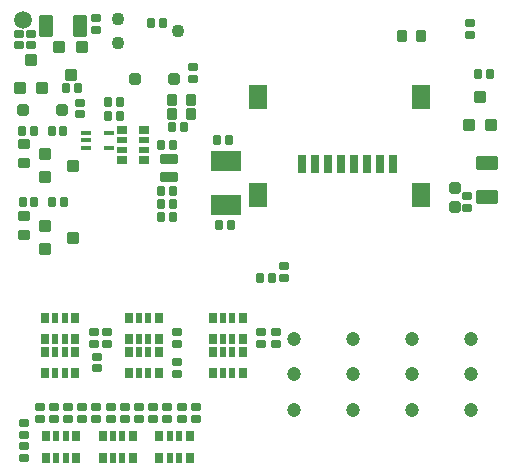
<source format=gbs>
G04*
G04 #@! TF.GenerationSoftware,Altium Limited,Altium Designer,23.4.1 (23)*
G04*
G04 Layer_Color=16711935*
%FSLAX25Y25*%
%MOIN*%
G70*
G04*
G04 #@! TF.SameCoordinates,86F2D4E2-0459-4DBF-9641-04F5417CCA88*
G04*
G04*
G04 #@! TF.FilePolarity,Negative*
G04*
G01*
G75*
G04:AMPARAMS|DCode=55|XSize=31.5mil|YSize=27.56mil|CornerRadius=4.33mil|HoleSize=0mil|Usage=FLASHONLY|Rotation=0.000|XOffset=0mil|YOffset=0mil|HoleType=Round|Shape=RoundedRectangle|*
%AMROUNDEDRECTD55*
21,1,0.03150,0.01890,0,0,0.0*
21,1,0.02284,0.02756,0,0,0.0*
1,1,0.00866,0.01142,-0.00945*
1,1,0.00866,-0.01142,-0.00945*
1,1,0.00866,-0.01142,0.00945*
1,1,0.00866,0.01142,0.00945*
%
%ADD55ROUNDEDRECTD55*%
G04:AMPARAMS|DCode=57|XSize=31.5mil|YSize=40.16mil|CornerRadius=4.72mil|HoleSize=0mil|Usage=FLASHONLY|Rotation=0.000|XOffset=0mil|YOffset=0mil|HoleType=Round|Shape=RoundedRectangle|*
%AMROUNDEDRECTD57*
21,1,0.03150,0.03071,0,0,0.0*
21,1,0.02205,0.04016,0,0,0.0*
1,1,0.00945,0.01102,-0.01535*
1,1,0.00945,-0.01102,-0.01535*
1,1,0.00945,-0.01102,0.01535*
1,1,0.00945,0.01102,0.01535*
%
%ADD57ROUNDEDRECTD57*%
G04:AMPARAMS|DCode=58|XSize=31.5mil|YSize=27.56mil|CornerRadius=4.33mil|HoleSize=0mil|Usage=FLASHONLY|Rotation=90.000|XOffset=0mil|YOffset=0mil|HoleType=Round|Shape=RoundedRectangle|*
%AMROUNDEDRECTD58*
21,1,0.03150,0.01890,0,0,90.0*
21,1,0.02284,0.02756,0,0,90.0*
1,1,0.00866,0.00945,0.01142*
1,1,0.00866,0.00945,-0.01142*
1,1,0.00866,-0.00945,-0.01142*
1,1,0.00866,-0.00945,0.01142*
%
%ADD58ROUNDEDRECTD58*%
G04:AMPARAMS|DCode=62|XSize=31.5mil|YSize=40.16mil|CornerRadius=4.72mil|HoleSize=0mil|Usage=FLASHONLY|Rotation=90.000|XOffset=0mil|YOffset=0mil|HoleType=Round|Shape=RoundedRectangle|*
%AMROUNDEDRECTD62*
21,1,0.03150,0.03071,0,0,90.0*
21,1,0.02205,0.04016,0,0,90.0*
1,1,0.00945,0.01535,0.01102*
1,1,0.00945,0.01535,-0.01102*
1,1,0.00945,-0.01535,-0.01102*
1,1,0.00945,-0.01535,0.01102*
%
%ADD62ROUNDEDRECTD62*%
G04:AMPARAMS|DCode=64|XSize=39.37mil|YSize=41.34mil|CornerRadius=5.51mil|HoleSize=0mil|Usage=FLASHONLY|Rotation=90.000|XOffset=0mil|YOffset=0mil|HoleType=Round|Shape=RoundedRectangle|*
%AMROUNDEDRECTD64*
21,1,0.03937,0.03032,0,0,90.0*
21,1,0.02835,0.04134,0,0,90.0*
1,1,0.01102,0.01516,0.01417*
1,1,0.01102,0.01516,-0.01417*
1,1,0.01102,-0.01516,-0.01417*
1,1,0.01102,-0.01516,0.01417*
%
%ADD64ROUNDEDRECTD64*%
G04:AMPARAMS|DCode=65|XSize=39.37mil|YSize=41.34mil|CornerRadius=5.51mil|HoleSize=0mil|Usage=FLASHONLY|Rotation=90.000|XOffset=0mil|YOffset=0mil|HoleType=Round|Shape=RoundedRectangle|*
%AMROUNDEDRECTD65*
21,1,0.03937,0.03032,0,0,90.0*
21,1,0.02835,0.04134,0,0,90.0*
1,1,0.01102,0.01516,0.01417*
1,1,0.01102,0.01516,-0.01417*
1,1,0.01102,-0.01516,-0.01417*
1,1,0.01102,-0.01516,0.01417*
%
%ADD65ROUNDEDRECTD65*%
%ADD80C,0.04724*%
%ADD81C,0.04294*%
%ADD82C,0.05906*%
G04:AMPARAMS|DCode=108|XSize=29.53mil|YSize=35.43mil|CornerRadius=4.53mil|HoleSize=0mil|Usage=FLASHONLY|Rotation=0.000|XOffset=0mil|YOffset=0mil|HoleType=Round|Shape=RoundedRectangle|*
%AMROUNDEDRECTD108*
21,1,0.02953,0.02638,0,0,0.0*
21,1,0.02047,0.03543,0,0,0.0*
1,1,0.00906,0.01024,-0.01319*
1,1,0.00906,-0.01024,-0.01319*
1,1,0.00906,-0.01024,0.01319*
1,1,0.00906,0.01024,0.01319*
%
%ADD108ROUNDEDRECTD108*%
G04:AMPARAMS|DCode=109|XSize=21.65mil|YSize=35.43mil|CornerRadius=3.74mil|HoleSize=0mil|Usage=FLASHONLY|Rotation=0.000|XOffset=0mil|YOffset=0mil|HoleType=Round|Shape=RoundedRectangle|*
%AMROUNDEDRECTD109*
21,1,0.02165,0.02795,0,0,0.0*
21,1,0.01417,0.03543,0,0,0.0*
1,1,0.00748,0.00709,-0.01398*
1,1,0.00748,-0.00709,-0.01398*
1,1,0.00748,-0.00709,0.01398*
1,1,0.00748,0.00709,0.01398*
%
%ADD109ROUNDEDRECTD109*%
G04:AMPARAMS|DCode=110|XSize=82.68mil|YSize=61.02mil|CornerRadius=7.68mil|HoleSize=0mil|Usage=FLASHONLY|Rotation=90.000|XOffset=0mil|YOffset=0mil|HoleType=Round|Shape=RoundedRectangle|*
%AMROUNDEDRECTD110*
21,1,0.08268,0.04567,0,0,90.0*
21,1,0.06732,0.06102,0,0,90.0*
1,1,0.01535,0.02284,0.03366*
1,1,0.01535,0.02284,-0.03366*
1,1,0.01535,-0.02284,-0.03366*
1,1,0.01535,-0.02284,0.03366*
%
%ADD110ROUNDEDRECTD110*%
G04:AMPARAMS|DCode=111|XSize=62.99mil|YSize=29.53mil|CornerRadius=4.53mil|HoleSize=0mil|Usage=FLASHONLY|Rotation=90.000|XOffset=0mil|YOffset=0mil|HoleType=Round|Shape=RoundedRectangle|*
%AMROUNDEDRECTD111*
21,1,0.06299,0.02047,0,0,90.0*
21,1,0.05394,0.02953,0,0,90.0*
1,1,0.00906,0.01024,0.02697*
1,1,0.00906,0.01024,-0.02697*
1,1,0.00906,-0.01024,-0.02697*
1,1,0.00906,-0.01024,0.02697*
%
%ADD111ROUNDEDRECTD111*%
G04:AMPARAMS|DCode=112|XSize=39.37mil|YSize=41.34mil|CornerRadius=5.51mil|HoleSize=0mil|Usage=FLASHONLY|Rotation=180.000|XOffset=0mil|YOffset=0mil|HoleType=Round|Shape=RoundedRectangle|*
%AMROUNDEDRECTD112*
21,1,0.03937,0.03032,0,0,180.0*
21,1,0.02835,0.04134,0,0,180.0*
1,1,0.01102,-0.01417,0.01516*
1,1,0.01102,0.01417,0.01516*
1,1,0.01102,0.01417,-0.01516*
1,1,0.01102,-0.01417,-0.01516*
%
%ADD112ROUNDEDRECTD112*%
G04:AMPARAMS|DCode=113|XSize=39.37mil|YSize=41.34mil|CornerRadius=5.51mil|HoleSize=0mil|Usage=FLASHONLY|Rotation=180.000|XOffset=0mil|YOffset=0mil|HoleType=Round|Shape=RoundedRectangle|*
%AMROUNDEDRECTD113*
21,1,0.03937,0.03032,0,0,180.0*
21,1,0.02835,0.04134,0,0,180.0*
1,1,0.01102,-0.01417,0.01516*
1,1,0.01102,0.01417,0.01516*
1,1,0.01102,0.01417,-0.01516*
1,1,0.01102,-0.01417,-0.01516*
%
%ADD113ROUNDEDRECTD113*%
G04:AMPARAMS|DCode=114|XSize=39.76mil|YSize=37.4mil|CornerRadius=5.32mil|HoleSize=0mil|Usage=FLASHONLY|Rotation=0.000|XOffset=0mil|YOffset=0mil|HoleType=Round|Shape=RoundedRectangle|*
%AMROUNDEDRECTD114*
21,1,0.03976,0.02677,0,0,0.0*
21,1,0.02913,0.03740,0,0,0.0*
1,1,0.01063,0.01457,-0.01339*
1,1,0.01063,-0.01457,-0.01339*
1,1,0.01063,-0.01457,0.01339*
1,1,0.01063,0.01457,0.01339*
%
%ADD114ROUNDEDRECTD114*%
G04:AMPARAMS|DCode=115|XSize=74.8mil|YSize=49.21mil|CornerRadius=6.5mil|HoleSize=0mil|Usage=FLASHONLY|Rotation=0.000|XOffset=0mil|YOffset=0mil|HoleType=Round|Shape=RoundedRectangle|*
%AMROUNDEDRECTD115*
21,1,0.07480,0.03622,0,0,0.0*
21,1,0.06181,0.04921,0,0,0.0*
1,1,0.01299,0.03091,-0.01811*
1,1,0.01299,-0.03091,-0.01811*
1,1,0.01299,-0.03091,0.01811*
1,1,0.01299,0.03091,0.01811*
%
%ADD115ROUNDEDRECTD115*%
G04:AMPARAMS|DCode=116|XSize=16.54mil|YSize=35.43mil|CornerRadius=3.23mil|HoleSize=0mil|Usage=FLASHONLY|Rotation=270.000|XOffset=0mil|YOffset=0mil|HoleType=Round|Shape=RoundedRectangle|*
%AMROUNDEDRECTD116*
21,1,0.01654,0.02898,0,0,270.0*
21,1,0.01008,0.03543,0,0,270.0*
1,1,0.00646,-0.01449,-0.00504*
1,1,0.00646,-0.01449,0.00504*
1,1,0.00646,0.01449,0.00504*
1,1,0.00646,0.01449,-0.00504*
%
%ADD116ROUNDEDRECTD116*%
%ADD117R,0.09843X0.07087*%
G04:AMPARAMS|DCode=118|XSize=29.53mil|YSize=35.43mil|CornerRadius=4.53mil|HoleSize=0mil|Usage=FLASHONLY|Rotation=270.000|XOffset=0mil|YOffset=0mil|HoleType=Round|Shape=RoundedRectangle|*
%AMROUNDEDRECTD118*
21,1,0.02953,0.02638,0,0,270.0*
21,1,0.02047,0.03543,0,0,270.0*
1,1,0.00906,-0.01319,-0.01024*
1,1,0.00906,-0.01319,0.01024*
1,1,0.00906,0.01319,0.01024*
1,1,0.00906,0.01319,-0.01024*
%
%ADD118ROUNDEDRECTD118*%
G04:AMPARAMS|DCode=119|XSize=21.65mil|YSize=35.43mil|CornerRadius=3.74mil|HoleSize=0mil|Usage=FLASHONLY|Rotation=270.000|XOffset=0mil|YOffset=0mil|HoleType=Round|Shape=RoundedRectangle|*
%AMROUNDEDRECTD119*
21,1,0.02165,0.02795,0,0,270.0*
21,1,0.01417,0.03543,0,0,270.0*
1,1,0.00748,-0.01398,-0.00709*
1,1,0.00748,-0.01398,0.00709*
1,1,0.00748,0.01398,0.00709*
1,1,0.00748,0.01398,-0.00709*
%
%ADD119ROUNDEDRECTD119*%
G04:AMPARAMS|DCode=120|XSize=31.5mil|YSize=59.06mil|CornerRadius=4.72mil|HoleSize=0mil|Usage=FLASHONLY|Rotation=270.000|XOffset=0mil|YOffset=0mil|HoleType=Round|Shape=RoundedRectangle|*
%AMROUNDEDRECTD120*
21,1,0.03150,0.04961,0,0,270.0*
21,1,0.02205,0.05906,0,0,270.0*
1,1,0.00945,-0.02480,-0.01102*
1,1,0.00945,-0.02480,0.01102*
1,1,0.00945,0.02480,0.01102*
1,1,0.00945,0.02480,-0.01102*
%
%ADD120ROUNDEDRECTD120*%
G04:AMPARAMS|DCode=121|XSize=74.8mil|YSize=49.21mil|CornerRadius=6.5mil|HoleSize=0mil|Usage=FLASHONLY|Rotation=90.000|XOffset=0mil|YOffset=0mil|HoleType=Round|Shape=RoundedRectangle|*
%AMROUNDEDRECTD121*
21,1,0.07480,0.03622,0,0,90.0*
21,1,0.06181,0.04921,0,0,90.0*
1,1,0.01299,0.01811,0.03091*
1,1,0.01299,0.01811,-0.03091*
1,1,0.01299,-0.01811,-0.03091*
1,1,0.01299,-0.01811,0.03091*
%
%ADD121ROUNDEDRECTD121*%
G04:AMPARAMS|DCode=122|XSize=37.4mil|YSize=37.4mil|CornerRadius=5.32mil|HoleSize=0mil|Usage=FLASHONLY|Rotation=270.000|XOffset=0mil|YOffset=0mil|HoleType=Round|Shape=RoundedRectangle|*
%AMROUNDEDRECTD122*
21,1,0.03740,0.02677,0,0,270.0*
21,1,0.02677,0.03740,0,0,270.0*
1,1,0.01063,-0.01339,-0.01339*
1,1,0.01063,-0.01339,0.01339*
1,1,0.01063,0.01339,0.01339*
1,1,0.01063,0.01339,-0.01339*
%
%ADD122ROUNDEDRECTD122*%
D55*
X32283Y45669D02*
D03*
Y49606D02*
D03*
X152362Y94882D02*
D03*
Y90945D02*
D03*
X28642Y154134D02*
D03*
Y150197D02*
D03*
X28937Y37402D02*
D03*
Y41339D02*
D03*
X23228Y125984D02*
D03*
Y122047D02*
D03*
X2756Y145079D02*
D03*
Y149016D02*
D03*
X61024Y133858D02*
D03*
Y137795D02*
D03*
X91241Y67421D02*
D03*
Y71358D02*
D03*
X153300Y148443D02*
D03*
Y152380D02*
D03*
X6890Y145079D02*
D03*
Y149016D02*
D03*
X47638Y24409D02*
D03*
Y20472D02*
D03*
X52362Y24409D02*
D03*
Y20472D02*
D03*
X57087Y24409D02*
D03*
Y20472D02*
D03*
X61811Y24409D02*
D03*
Y20472D02*
D03*
X27756Y45669D02*
D03*
Y49606D02*
D03*
X83661Y45669D02*
D03*
Y49606D02*
D03*
X55709Y45669D02*
D03*
Y49606D02*
D03*
X24016Y24409D02*
D03*
Y20472D02*
D03*
X19292Y24409D02*
D03*
Y20472D02*
D03*
X14567Y24409D02*
D03*
Y20472D02*
D03*
X9843Y24409D02*
D03*
Y20472D02*
D03*
X42914Y24409D02*
D03*
Y20472D02*
D03*
X38189Y24409D02*
D03*
Y20472D02*
D03*
X33465Y24409D02*
D03*
Y20472D02*
D03*
X28740Y24409D02*
D03*
Y20472D02*
D03*
X88583Y45669D02*
D03*
Y49606D02*
D03*
X4724Y15157D02*
D03*
Y19094D02*
D03*
X55709Y35433D02*
D03*
Y39370D02*
D03*
X4724Y7480D02*
D03*
Y11417D02*
D03*
D57*
X60237Y126772D02*
D03*
X53937Y126772D02*
D03*
X60237Y122146D02*
D03*
X53937D02*
D03*
X130512Y148031D02*
D03*
X136811D02*
D03*
D58*
X159843Y135630D02*
D03*
X155905D02*
D03*
X18743Y130809D02*
D03*
X22680D02*
D03*
X36614Y126181D02*
D03*
X32677D02*
D03*
X36614Y121457D02*
D03*
X32677D02*
D03*
X69685Y85039D02*
D03*
X73622D02*
D03*
X68898Y113386D02*
D03*
X72835D02*
D03*
X50984Y152559D02*
D03*
X47047D02*
D03*
X8071Y92911D02*
D03*
X4134D02*
D03*
X13976D02*
D03*
X17913D02*
D03*
X54232Y87795D02*
D03*
X50295D02*
D03*
X54232Y112008D02*
D03*
X50295D02*
D03*
X54232Y96653D02*
D03*
X50295D02*
D03*
X83366Y67421D02*
D03*
X87303D02*
D03*
X54035Y117815D02*
D03*
X57972D02*
D03*
X54232Y92323D02*
D03*
X50295D02*
D03*
X7874Y116535D02*
D03*
X3937D02*
D03*
X13780D02*
D03*
X17717D02*
D03*
D62*
X4725Y88189D02*
D03*
Y81890D02*
D03*
Y112205D02*
D03*
X4725Y105905D02*
D03*
D64*
X11615Y77227D02*
D03*
X20867Y80967D02*
D03*
X11615Y101242D02*
D03*
X20867Y104982D02*
D03*
D65*
X11615Y84707D02*
D03*
Y108723D02*
D03*
D80*
X133858Y35433D02*
D03*
X153543D02*
D03*
X94488Y23622D02*
D03*
X114173Y35433D02*
D03*
X94488D02*
D03*
X153543Y47244D02*
D03*
X133858D02*
D03*
X114173D02*
D03*
X94488D02*
D03*
X114173Y23622D02*
D03*
X153543D02*
D03*
X133858D02*
D03*
D81*
X55748Y149941D02*
D03*
X35748Y145941D02*
D03*
Y153941D02*
D03*
D82*
X4331Y153543D02*
D03*
D108*
X77461Y54331D02*
D03*
Y47244D02*
D03*
X67421D02*
D03*
X67421Y54331D02*
D03*
X67421Y35826D02*
D03*
Y42913D02*
D03*
X77461Y42913D02*
D03*
X77461Y35826D02*
D03*
X49705Y7677D02*
D03*
Y14764D02*
D03*
X59744D02*
D03*
Y7677D02*
D03*
X21555Y35827D02*
D03*
X21555Y42913D02*
D03*
X11516Y42913D02*
D03*
X11516Y35827D02*
D03*
Y54331D02*
D03*
X11516Y47244D02*
D03*
X21555D02*
D03*
Y54331D02*
D03*
X49508Y35827D02*
D03*
Y42913D02*
D03*
X39469Y42913D02*
D03*
X39469Y35827D02*
D03*
X39469Y54331D02*
D03*
Y47244D02*
D03*
X49508D02*
D03*
Y54331D02*
D03*
X11910Y7677D02*
D03*
X11910Y14764D02*
D03*
X21949D02*
D03*
X21949Y7677D02*
D03*
X30807D02*
D03*
Y14764D02*
D03*
X40846D02*
D03*
X40846Y7677D02*
D03*
D109*
X70866Y47244D02*
D03*
X74016D02*
D03*
X74016Y54331D02*
D03*
X70866Y54331D02*
D03*
X74016Y42913D02*
D03*
X70866D02*
D03*
Y35826D02*
D03*
X74016D02*
D03*
X56299Y14764D02*
D03*
X53150D02*
D03*
Y7677D02*
D03*
X56299D02*
D03*
X18110Y35827D02*
D03*
X14961Y35827D02*
D03*
Y42913D02*
D03*
X18110D02*
D03*
X14961Y54331D02*
D03*
X18110Y54331D02*
D03*
X18110Y47244D02*
D03*
X14961D02*
D03*
X46063Y35827D02*
D03*
X42913D02*
D03*
Y42913D02*
D03*
X46063Y42913D02*
D03*
X42913Y54331D02*
D03*
X46063D02*
D03*
Y47244D02*
D03*
X42913D02*
D03*
X18504Y14764D02*
D03*
X15355D02*
D03*
Y7677D02*
D03*
X18504D02*
D03*
X37402Y14764D02*
D03*
X34252Y14764D02*
D03*
Y7677D02*
D03*
X37402D02*
D03*
D110*
X82678Y95288D02*
D03*
Y127965D02*
D03*
X136811D02*
D03*
Y95288D02*
D03*
D111*
X127441Y105524D02*
D03*
X123111D02*
D03*
X118780D02*
D03*
X114449D02*
D03*
X110118D02*
D03*
X105788D02*
D03*
X101457D02*
D03*
X97126D02*
D03*
D112*
X156580Y127871D02*
D03*
X160320Y118619D02*
D03*
X10630Y130984D02*
D03*
X6890Y140236D02*
D03*
X16339Y144409D02*
D03*
X20079Y135158D02*
D03*
D113*
X152840Y118619D02*
D03*
X3150Y130984D02*
D03*
X23819Y144410D02*
D03*
D114*
X4331Y123622D02*
D03*
X17323Y123622D02*
D03*
X41732Y133858D02*
D03*
X54725D02*
D03*
D115*
X159055Y94488D02*
D03*
Y105905D02*
D03*
D116*
X25394Y110827D02*
D03*
Y113386D02*
D03*
Y115945D02*
D03*
X32874D02*
D03*
Y110827D02*
D03*
D117*
X72048Y106496D02*
D03*
X72048Y91929D02*
D03*
D118*
X44488Y106791D02*
D03*
X37402D02*
D03*
X37402Y116831D02*
D03*
X44488D02*
D03*
D119*
X37402Y113386D02*
D03*
Y110236D02*
D03*
X44488Y110236D02*
D03*
X44488Y113386D02*
D03*
D120*
X52756Y107087D02*
D03*
Y101181D02*
D03*
D121*
X11811Y151378D02*
D03*
X23228D02*
D03*
D122*
X148228Y91181D02*
D03*
Y97402D02*
D03*
M02*

</source>
